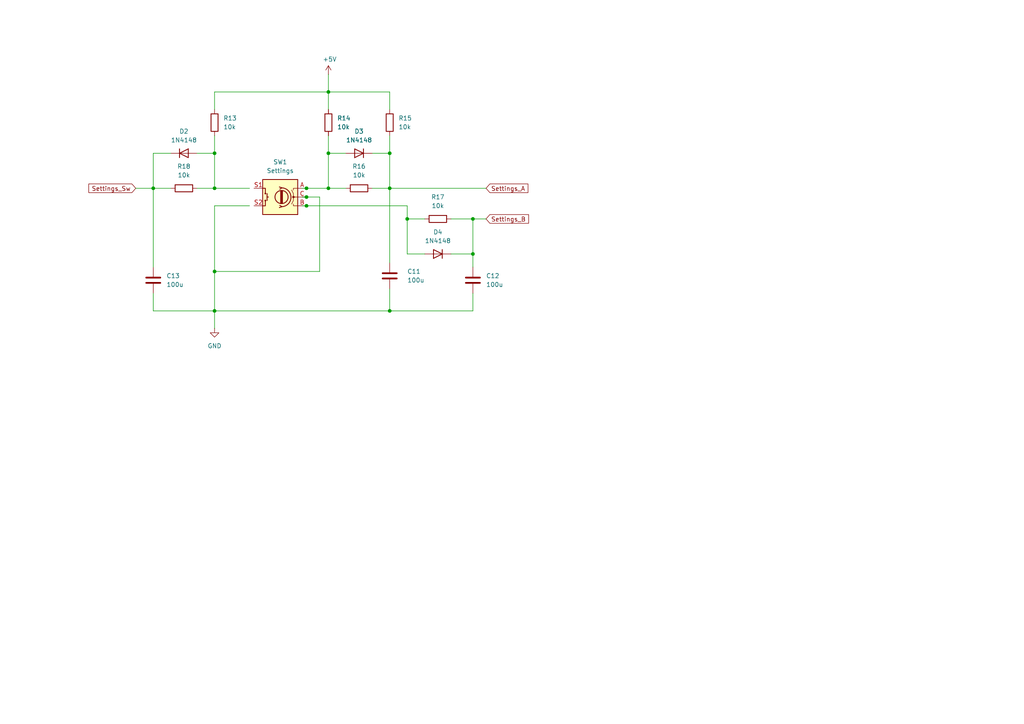
<source format=kicad_sch>
(kicad_sch (version 20231120) (generator "eeschema") (generator_version "8.0")
  (paper "A4")
  (lib_symbols
    (symbol "Device:C" (pin_numbers hide) (pin_names (offset 0.254))
      (property "Reference" "C" (at 0.635 2.54 0))
      (property "Value" "C" (at 0.635 -2.54 0))
      (symbol "C_0_1"
        (polyline (pts (xy -2.032 -0.762) (xy 2.032 -0.762)) (stroke (width 0.508)))
        (polyline (pts (xy -2.032 0.762) (xy 2.032 0.762)) (stroke (width 0.508)))
      )
      (symbol "C_1_1"
        (pin passive line (at 0 3.81 270) (length 2.794) (name "~") (number "1"))
        (pin passive line (at 0 -3.81 90) (length 2.794) (name "~") (number "2"))
      )
    )
    (symbol "Device:R" (pin_numbers hide) (pin_names (offset 0))
      (property "Reference" "R" (at 2.032 0 90))
      (property "Value" "R" (at 0 0 90))
      (symbol "R_0_1"
        (rectangle (start -1.016 -2.54) (end 1.016 2.54) (stroke (width 0.254)))
      )
      (symbol "R_1_1"
        (pin passive line (at 0 3.81 270) (length 1.27) (name "~") (number "1"))
        (pin passive line (at 0 -3.81 90) (length 1.27) (name "~") (number "2"))
      )
    )
    (symbol "Device:RotaryEncoder_Switch" (pin_names (offset 0.254) hide)
      (property "Reference" "SW" (at 0 6.604 0))
      (property "Value" "RotaryEncoder_Switch" (at 0 -6.604 0))
      (symbol "RotaryEncoder_Switch_0_1"
        (rectangle (start -5.08 5.08) (end 5.08 -5.08) (stroke (width 0.254)) (fill (type background)))
        (circle (center -3.81 0) (radius 0.254) (fill (type outline)))
        (circle (center -0.381 0) (radius 1.905) (stroke (width 0.254)))
        (arc (start -0.381 2.667) (mid -3.0988 -0.0635) (end -0.381 -2.794) (stroke (width 0.254)))
        (polyline (pts (xy -0.635 -1.778) (xy -0.635 1.778)) (stroke (width 0.254)))
        (polyline (pts (xy -0.381 -1.778) (xy -0.381 1.778)) (stroke (width 0.254)))
        (polyline (pts (xy -0.127 1.778) (xy -0.127 -1.778)) (stroke (width 0.254)))
        (polyline (pts (xy 3.81 0) (xy 3.429 0)) (stroke (width 0.254)))
        (polyline (pts (xy 3.81 1.016) (xy 3.81 -1.016)) (stroke (width 0.254)))
        (polyline (pts (xy -5.08 -2.54) (xy -3.81 -2.54) (xy -3.81 -2.032)))
        (polyline (pts (xy -5.08 2.54) (xy -3.81 2.54) (xy -3.81 2.032)))
        (polyline (pts (xy 0.254 -3.048) (xy -0.508 -2.794) (xy 0.127 -2.413)) (stroke (width 0.254)))
        (polyline (pts (xy 0.254 2.921) (xy -0.508 2.667) (xy 0.127 2.286)) (stroke (width 0.254)))
        (polyline (pts (xy 5.08 -2.54) (xy 4.318 -2.54) (xy 4.318 -1.016)) (stroke (width 0.254)))
        (polyline (pts (xy 5.08 2.54) (xy 4.318 2.54) (xy 4.318 1.016)) (stroke (width 0.254)))
        (polyline (pts (xy -5.08 0) (xy -3.81 0) (xy -3.81 -1.016) (xy -3.302 -2.032)))
        (polyline (pts (xy -4.318 0) (xy -3.81 0) (xy -3.81 1.016) (xy -3.302 2.032)))
        (circle (center 4.318 -1.016) (radius 0.127) (stroke (width 0.254)))
        (circle (center 4.318 1.016) (radius 0.127) (stroke (width 0.254)))
      )
      (symbol "RotaryEncoder_Switch_1_1"
        (pin passive line (at -7.62 2.54 0) (length 2.54) (name "A") (number "A"))
        (pin passive line (at -7.62 -2.54 0) (length 2.54) (name "B") (number "B"))
        (pin passive line (at -7.62 0 0) (length 2.54) (name "C") (number "C"))
        (pin passive line (at 7.62 2.54 180) (length 2.54) (name "S1") (number "S1"))
        (pin passive line (at 7.62 -2.54 180) (length 2.54) (name "S2") (number "S2"))
      )
    )
    (symbol "Diode:1N4148" (pin_numbers hide) (pin_names hide)
      (property "Reference" "D" (at 0 2.54 0))
      (property "Value" "1N4148" (at 0 -2.54 0))
      (symbol "1N4148_0_1"
        (polyline (pts (xy -1.27 1.27) (xy -1.27 -1.27)) (stroke (width 0.254)))
        (polyline (pts (xy 1.27 0) (xy -1.27 0)))
        (polyline (pts (xy 1.27 1.27) (xy 1.27 -1.27) (xy -1.27 0) (xy 1.27 1.27)) (stroke (width 0.254)))
      )
      (symbol "1N4148_1_1"
        (pin passive line (at -3.81 0 0) (length 2.54) (name "K") (number "1"))
        (pin passive line (at 3.81 0 180) (length 2.54) (name "A") (number "2"))
      )
    )
    (symbol "power:+5V" (power) (pin_numbers hide) (pin_names (offset 0) hide)
      (property "Value" "+5V" (at 0 3.556 0))
      (symbol "+5V_0_1"
        (polyline (pts (xy -0.762 1.27) (xy 0 2.54)))
        (polyline (pts (xy 0 0) (xy 0 2.54)))
        (polyline (pts (xy 0 2.54) (xy 0.762 1.27)))
      )
      (symbol "+5V_1_1"
        (pin power_in line (at 0 0 90) (length 0) (name "~") (number "1"))
      )
    )
    (symbol "power:GND" (power) (pin_numbers hide) (pin_names (offset 0) hide)
      (property "Value" "GND" (at 0 -3.81 0))
      (symbol "GND_0_1"
        (polyline (pts (xy 0 0) (xy 0 -1.27) (xy 1.27 -1.27) (xy 0 -2.54) (xy -1.27 -1.27) (xy 0 -1.27)))
      )
      (symbol "GND_1_1"
        (pin power_in line (at 0 0 270) (length 0) (name "~") (number "1"))
      )
    )
  )
  (junction (at 113.03 90.17))
  (junction (at 95.25 54.61))
  (junction (at 62.23 78.74))
  (junction (at 88.9 57.15))
  (junction (at 113.03 44.45))
  (junction (at 137.16 73.66))
  (junction (at 88.9 59.69))
  (junction (at 62.23 44.45))
  (junction (at 137.16 63.5))
  (junction (at 118.11 63.5))
  (junction (at 62.23 54.61))
  (junction (at 95.25 44.45))
  (junction (at 88.9 54.61))
  (junction (at 62.23 90.17))
  (junction (at 95.25 26.67))
  (junction (at 44.45 54.61))
  (junction (at 113.03 54.61))
  (wire (pts (xy 44.45 85.09) (xy 44.45 90.17)))
  (wire (pts (xy 44.45 90.17) (xy 62.23 90.17)))
  (wire (pts (xy 87.63 57.15) (xy 88.9 57.15)))
  (wire (pts (xy 87.63 59.69) (xy 88.9 59.69)))
  (wire (pts (xy 92.71 78.74) (xy 62.23 78.74)))
  (wire (pts (xy 107.95 44.45) (xy 113.03 44.45)))
  (wire (pts (xy 113.03 44.45) (xy 113.03 54.61)))
  (wire (pts (xy 87.63 54.61) (xy 88.9 54.61)))
  (wire (pts (xy 137.16 63.5) (xy 137.16 73.66)))
  (wire (pts (xy 57.15 44.45) (xy 62.23 44.45)))
  (wire (pts (xy 137.16 85.09) (xy 137.16 90.17)))
  (wire (pts (xy 113.03 83.82) (xy 113.03 90.17)))
  (wire (pts (xy 113.03 54.61) (xy 113.03 76.2)))
  (wire (pts (xy 62.23 59.69) (xy 62.23 78.74)))
  (wire (pts (xy 118.11 59.69) (xy 118.11 63.5)))
  (wire (pts (xy 39.37 54.61) (xy 44.45 54.61)))
  (wire (pts (xy 72.39 59.69) (xy 62.23 59.69)))
  (wire (pts (xy 95.25 26.67) (xy 113.03 26.67)))
  (wire (pts (xy 44.45 54.61) (xy 49.53 54.61)))
  (wire (pts (xy 137.16 73.66) (xy 137.16 77.47)))
  (wire (pts (xy 113.03 26.67) (xy 113.03 31.75)))
  (wire (pts (xy 92.71 57.15) (xy 92.71 78.74)))
  (wire (pts (xy 130.81 73.66) (xy 137.16 73.66)))
  (wire (pts (xy 113.03 54.61) (xy 140.97 54.61)))
  (wire (pts (xy 118.11 63.5) (xy 118.11 73.66)))
  (wire (pts (xy 118.11 73.66) (xy 123.19 73.66)))
  (wire (pts (xy 62.23 31.75) (xy 62.23 26.67)))
  (wire (pts (xy 62.23 44.45) (xy 62.23 54.61)))
  (wire (pts (xy 95.25 26.67) (xy 95.25 31.75)))
  (wire (pts (xy 62.23 78.74) (xy 62.23 90.17)))
  (wire (pts (xy 62.23 90.17) (xy 62.23 95.25)))
  (wire (pts (xy 113.03 90.17) (xy 137.16 90.17)))
  (wire (pts (xy 137.16 63.5) (xy 140.97 63.5)))
  (wire (pts (xy 88.9 59.69) (xy 118.11 59.69)))
  (wire (pts (xy 95.25 39.37) (xy 95.25 44.45)))
  (wire (pts (xy 44.45 44.45) (xy 44.45 54.61)))
  (wire (pts (xy 62.23 90.17) (xy 113.03 90.17)))
  (wire (pts (xy 88.9 57.15) (xy 92.71 57.15)))
  (wire (pts (xy 72.39 54.61) (xy 62.23 54.61)))
  (wire (pts (xy 62.23 26.67) (xy 95.25 26.67)))
  (wire (pts (xy 130.81 63.5) (xy 137.16 63.5)))
  (wire (pts (xy 57.15 54.61) (xy 62.23 54.61)))
  (wire (pts (xy 49.53 44.45) (xy 44.45 44.45)))
  (wire (pts (xy 95.25 26.67) (xy 95.25 21.59)))
  (wire (pts (xy 95.25 54.61) (xy 100.33 54.61)))
  (wire (pts (xy 95.25 44.45) (xy 100.33 44.45)))
  (wire (pts (xy 88.9 54.61) (xy 95.25 54.61)))
  (wire (pts (xy 107.95 54.61) (xy 113.03 54.61)))
  (wire (pts (xy 62.23 39.37) (xy 62.23 44.45)))
  (wire (pts (xy 113.03 39.37) (xy 113.03 44.45)))
  (wire (pts (xy 95.25 44.45) (xy 95.25 54.61)))
  (wire (pts (xy 118.11 63.5) (xy 123.19 63.5)))
  (wire (pts (xy 44.45 77.47) (xy 44.45 54.61)))
  (global_label "Settings_Sw" (shape input) (at 39.37 54.61 180) (property "Intersheetrefs" "${INTERSHEET_REFS}" (effects (hide yes))))
  (global_label "Settings_A" (shape input) (at 140.97 54.61 0) (property "Intersheetrefs" "${INTERSHEET_REFS}" (effects (hide yes))))
  (global_label "Settings_B" (shape input) (at 140.97 63.5 0) (property "Intersheetrefs" "${INTERSHEET_REFS}" (effects (hide yes))))
  (symbol (lib_id "Device:RotaryEncoder_Switch") (at 81.28 57.15 0) (mirror y) (unit 1)
    (property "Reference" "SW1" (at 81.28 46.99 0))
    (property "Value" "Settings" (at 81.28 49.53 0))
    (property "Description" "Rotary encoder, dual channel, incremental quadrate outputs, with switch" (effects (hide yes)))
  )
  (symbol (lib_id "Diode:1N4148") (at 127 73.66 180) (unit 1)
    (property "Reference" "D4" (at 127 67.31 0))
    (property "Value" "1N4148" (at 127 69.85 0))
    (property "Footprint" "Diode_THT:D_DO-35_SOD27_P7.62mm_Horizontal" (effects (hide yes)))
    (property "Datasheet" "https://assets.nexperia.com/documents/data-sheet/1N4148_1N4448.pdf" (effects (hide yes)))
    (property "Description" "100V 0.15A standard switching diode, DO-35" (effects (hide yes)))
    (property "Sim.Device" "D" (effects (hide yes)))
    (property "Sim.Pins" "1=K 2=A" (effects (hide yes)))
  )
  (symbol (lib_id "Device:R") (at 113.03 35.56 0) (unit 1)
    (property "Reference" "R15" (at 115.57 34.2899 0) (effects (justify left)))
    (property "Value" "10k" (at 115.57 36.8299 0) (effects (justify left)))
    (property "Description" "Resistor" (effects (hide yes)))
  )
  (symbol (lib_id "power:GND") (at 62.23 95.25 0) (unit 1)
    (property "Reference" "#PWR014" (effects (hide yes)))
    (property "Value" "GND" (at 62.23 100.33 0))
    (property "Description" "Power symbol creates a global label with name \"GND\" , ground" (effects (hide yes)))
  )
  (symbol (lib_id "Diode:1N4148") (at 104.14 44.45 180) (unit 1)
    (property "Reference" "D3" (at 104.14 38.1 0))
    (property "Value" "1N4148" (at 104.14 40.64 0))
    (property "Footprint" "Diode_THT:D_DO-35_SOD27_P7.62mm_Horizontal" (effects (hide yes)))
    (property "Datasheet" "https://assets.nexperia.com/documents/data-sheet/1N4148_1N4448.pdf" (effects (hide yes)))
    (property "Description" "100V 0.15A standard switching diode, DO-35" (effects (hide yes)))
    (property "Sim.Device" "D" (effects (hide yes)))
    (property "Sim.Pins" "1=K 2=A" (effects (hide yes)))
  )
  (symbol (lib_id "Device:C") (at 113.03 80.01 0) (unit 1)
    (property "Reference" "C11" (at 118.11 78.7399 0) (effects (justify left)))
    (property "Value" "100u" (at 118.11 81.2799 0) (effects (justify left)))
    (property "Description" "Unpolarized capacitor" (effects (hide yes)))
  )
  (symbol (lib_id "Device:R") (at 95.25 35.56 0) (unit 1)
    (property "Reference" "R14" (at 97.79 34.2899 0) (effects (justify left)))
    (property "Value" "10k" (at 97.79 36.8299 0) (effects (justify left)))
    (property "Description" "Resistor" (effects (hide yes)))
  )
  (symbol (lib_id "Device:C") (at 137.16 81.28 0) (unit 1)
    (property "Reference" "C12" (at 140.97 80.0099 0) (effects (justify left)))
    (property "Value" "100u" (at 140.97 82.5499 0) (effects (justify left)))
    (property "Description" "Unpolarized capacitor" (effects (hide yes)))
  )
  (symbol (lib_id "Device:R") (at 104.14 54.61 90) (unit 1)
    (property "Reference" "R16" (at 104.14 48.26 90))
    (property "Value" "10k" (at 104.14 50.8 90))
    (property "Description" "Resistor" (effects (hide yes)))
  )
  (symbol (lib_id "power:+5V") (at 95.25 21.59 0) (unit 1)
    (property "Reference" "#PWR04" (effects (hide yes)))
    (property "Value" "+5V" (at 95.631 17.1958 0))
    (property "Description" "Power symbol creates a global label with name \"+5V\"" (effects (hide yes)))
  )
  (symbol (lib_id "Device:R") (at 127 63.5 90) (unit 1)
    (property "Reference" "R17" (at 127 57.15 90))
    (property "Value" "10k" (at 127 59.69 90))
    (property "Description" "Resistor" (effects (hide yes)))
  )
  (symbol (lib_id "Device:C") (at 44.45 81.28 0) (unit 1)
    (property "Reference" "C13" (at 48.26 80.0099 0) (effects (justify left)))
    (property "Value" "100u" (at 48.26 82.5499 0) (effects (justify left)))
    (property "Description" "Unpolarized capacitor" (effects (hide yes)))
  )
  (symbol (lib_id "Diode:1N4148") (at 53.34 44.45 0) (unit 1)
    (property "Reference" "D2" (at 53.34 38.1 0))
    (property "Value" "1N4148" (at 53.34 40.64 0))
    (property "Footprint" "Diode_THT:D_DO-35_SOD27_P7.62mm_Horizontal" (effects (hide yes)))
    (property "Datasheet" "https://assets.nexperia.com/documents/data-sheet/1N4148_1N4448.pdf" (effects (hide yes)))
    (property "Description" "100V 0.15A standard switching diode, DO-35" (effects (hide yes)))
    (property "Sim.Device" "D" (effects (hide yes)))
    (property "Sim.Pins" "1=K 2=A" (effects (hide yes)))
  )
  (symbol (lib_id "Device:R") (at 53.34 54.61 90) (unit 1)
    (property "Reference" "R18" (at 53.34 48.26 90))
    (property "Value" "10k" (at 53.34 50.8 90))
    (property "Description" "Resistor" (effects (hide yes)))
  )
  (symbol (lib_id "Device:R") (at 62.23 35.56 0) (unit 1)
    (property "Reference" "R13" (at 64.77 34.2899 0) (effects (justify left)))
    (property "Value" "10k" (at 64.77 36.8299 0) (effects (justify left)))
    (property "Description" "Resistor" (effects (hide yes)))
  )
)
</source>
